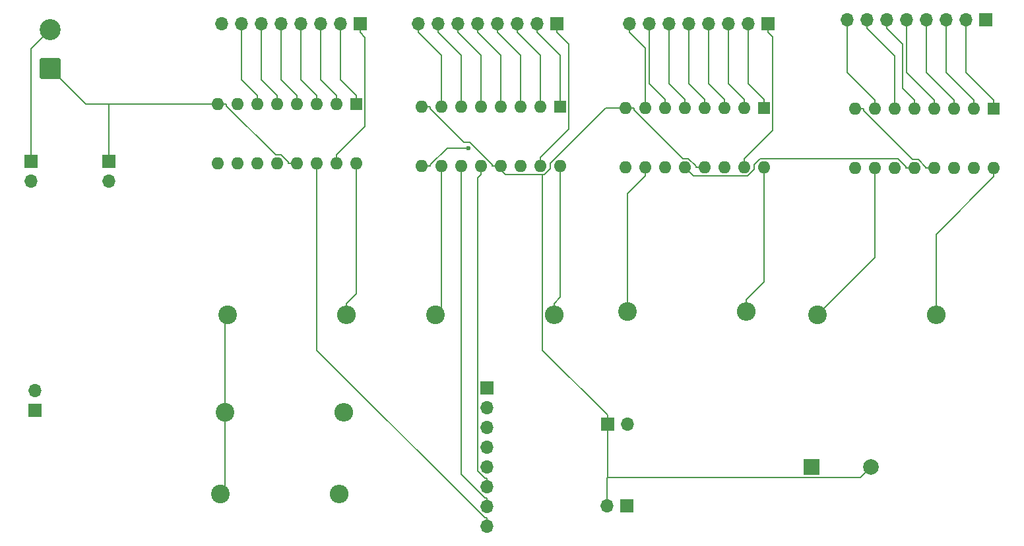
<source format=gbr>
%TF.GenerationSoftware,KiCad,Pcbnew,8.0.5*%
%TF.CreationDate,2024-09-22T19:22:41+03:00*%
%TF.ProjectId,stop_the_light_v2,73746f70-5f74-4686-955f-6c696768745f,rev?*%
%TF.SameCoordinates,Original*%
%TF.FileFunction,Copper,L2,Bot*%
%TF.FilePolarity,Positive*%
%FSLAX46Y46*%
G04 Gerber Fmt 4.6, Leading zero omitted, Abs format (unit mm)*
G04 Created by KiCad (PCBNEW 8.0.5) date 2024-09-22 19:22:41*
%MOMM*%
%LPD*%
G01*
G04 APERTURE LIST*
G04 Aperture macros list*
%AMRoundRect*
0 Rectangle with rounded corners*
0 $1 Rounding radius*
0 $2 $3 $4 $5 $6 $7 $8 $9 X,Y pos of 4 corners*
0 Add a 4 corners polygon primitive as box body*
4,1,4,$2,$3,$4,$5,$6,$7,$8,$9,$2,$3,0*
0 Add four circle primitives for the rounded corners*
1,1,$1+$1,$2,$3*
1,1,$1+$1,$4,$5*
1,1,$1+$1,$6,$7*
1,1,$1+$1,$8,$9*
0 Add four rect primitives between the rounded corners*
20,1,$1+$1,$2,$3,$4,$5,0*
20,1,$1+$1,$4,$5,$6,$7,0*
20,1,$1+$1,$6,$7,$8,$9,0*
20,1,$1+$1,$8,$9,$2,$3,0*%
G04 Aperture macros list end*
%TA.AperFunction,ComponentPad*%
%ADD10C,2.400000*%
%TD*%
%TA.AperFunction,ComponentPad*%
%ADD11O,2.400000X2.400000*%
%TD*%
%TA.AperFunction,ComponentPad*%
%ADD12R,1.700000X1.700000*%
%TD*%
%TA.AperFunction,ComponentPad*%
%ADD13O,1.700000X1.700000*%
%TD*%
%TA.AperFunction,ComponentPad*%
%ADD14R,1.600000X1.600000*%
%TD*%
%TA.AperFunction,ComponentPad*%
%ADD15O,1.600000X1.600000*%
%TD*%
%TA.AperFunction,ComponentPad*%
%ADD16R,2.000000X2.000000*%
%TD*%
%TA.AperFunction,ComponentPad*%
%ADD17C,2.000000*%
%TD*%
%TA.AperFunction,ComponentPad*%
%ADD18RoundRect,0.250001X1.099999X-1.099999X1.099999X1.099999X-1.099999X1.099999X-1.099999X-1.099999X0*%
%TD*%
%TA.AperFunction,ComponentPad*%
%ADD19C,2.700000*%
%TD*%
%TA.AperFunction,ViaPad*%
%ADD20C,0.600000*%
%TD*%
%TA.AperFunction,Conductor*%
%ADD21C,0.200000*%
%TD*%
G04 APERTURE END LIST*
D10*
%TO.P,R3,1*%
%TO.N,+5V*%
X121500000Y-112000000D03*
D11*
%TO.P,R3,2*%
%TO.N,Net-(U4-VCC)*%
X136740000Y-112000000D03*
%TD*%
D12*
%TO.P,J9,1,Pin_1*%
%TO.N,Net-(J7-Pin_2)*%
X45500000Y-124775000D03*
D13*
%TO.P,J9,2,Pin_2*%
%TO.N,Net-(J7-Pin_1)*%
X45500000Y-122235000D03*
%TD*%
D12*
%TO.P,switchA1,1,Pin_1*%
%TO.N,GND*%
X118960000Y-126500000D03*
D13*
%TO.P,switchA1,2,Pin_2*%
%TO.N,Net-(J7-Pin_4)*%
X121500000Y-126500000D03*
%TD*%
D14*
%TO.P,U5,1,QB*%
%TO.N,Net-(J4-Pin_2)*%
X168540000Y-86000000D03*
D15*
%TO.P,U5,2,QC*%
%TO.N,Net-(J4-Pin_3)*%
X166000000Y-86000000D03*
%TO.P,U5,3,QD*%
%TO.N,Net-(J4-Pin_4)*%
X163460000Y-86000000D03*
%TO.P,U5,4,QE*%
%TO.N,Net-(J4-Pin_5)*%
X160920000Y-86000000D03*
%TO.P,U5,5,QF*%
%TO.N,Net-(J4-Pin_6)*%
X158380000Y-86000000D03*
%TO.P,U5,6,QG*%
%TO.N,Net-(J4-Pin_7)*%
X155840000Y-86000000D03*
%TO.P,U5,7,QH*%
%TO.N,Net-(J4-Pin_8)*%
X153300000Y-86000000D03*
%TO.P,U5,8,GND*%
%TO.N,GND*%
X150760000Y-86000000D03*
%TO.P,U5,9,QH'*%
%TO.N,unconnected-(U5-QH'-Pad9)*%
X150760000Y-93620000D03*
%TO.P,U5,10,~{SRCLR}*%
%TO.N,+5V*%
X153300000Y-93620000D03*
%TO.P,U5,11,SRCLK*%
%TO.N,Net-(J7-Pin_7)*%
X155840000Y-93620000D03*
%TO.P,U5,12,RCLK*%
%TO.N,Net-(J7-Pin_6)*%
X158380000Y-93620000D03*
%TO.P,U5,13,~{OE}*%
%TO.N,GND*%
X160920000Y-93620000D03*
%TO.P,U5,14,SER*%
%TO.N,Net-(U4-QH')*%
X163460000Y-93620000D03*
%TO.P,U5,15,QA*%
%TO.N,Net-(J4-Pin_1)*%
X166000000Y-93620000D03*
%TO.P,U5,16,VCC*%
%TO.N,Net-(U5-VCC)*%
X168540000Y-93620000D03*
%TD*%
D12*
%TO.P,switchB1,1,Pin_1*%
%TO.N,Net-(J7-Pin_5)*%
X121460000Y-137000000D03*
D13*
%TO.P,switchB1,2,Pin_2*%
%TO.N,GND*%
X118920000Y-137000000D03*
%TD*%
D10*
%TO.P,R5,1*%
%TO.N,+5V*%
X69880000Y-125000000D03*
D11*
%TO.P,R5,2*%
%TO.N,Net-(J7-Pin_4)*%
X85120000Y-125000000D03*
%TD*%
D12*
%TO.P,J4,1,Pin_1*%
%TO.N,Net-(J4-Pin_1)*%
X167500000Y-74500000D03*
D13*
%TO.P,J4,2,Pin_2*%
%TO.N,Net-(J4-Pin_2)*%
X164960000Y-74500000D03*
%TO.P,J4,3,Pin_3*%
%TO.N,Net-(J4-Pin_3)*%
X162420000Y-74500000D03*
%TO.P,J4,4,Pin_4*%
%TO.N,Net-(J4-Pin_4)*%
X159880000Y-74500000D03*
%TO.P,J4,5,Pin_5*%
%TO.N,Net-(J4-Pin_5)*%
X157340000Y-74500000D03*
%TO.P,J4,6,Pin_6*%
%TO.N,Net-(J4-Pin_6)*%
X154800000Y-74500000D03*
%TO.P,J4,7,Pin_7*%
%TO.N,Net-(J4-Pin_7)*%
X152260000Y-74500000D03*
%TO.P,J4,8,Pin_8*%
%TO.N,Net-(J4-Pin_8)*%
X149720000Y-74500000D03*
%TD*%
D14*
%TO.P,U1,1,QB*%
%TO.N,Net-(J1-Pin_2)*%
X86780000Y-85380000D03*
D15*
%TO.P,U1,2,QC*%
%TO.N,Net-(J1-Pin_3)*%
X84240000Y-85380000D03*
%TO.P,U1,3,QD*%
%TO.N,Net-(J1-Pin_4)*%
X81700000Y-85380000D03*
%TO.P,U1,4,QE*%
%TO.N,Net-(J1-Pin_5)*%
X79160000Y-85380000D03*
%TO.P,U1,5,QF*%
%TO.N,Net-(J1-Pin_6)*%
X76620000Y-85380000D03*
%TO.P,U1,6,QG*%
%TO.N,Net-(J1-Pin_7)*%
X74080000Y-85380000D03*
%TO.P,U1,7,QH*%
%TO.N,Net-(J1-Pin_8)*%
X71540000Y-85380000D03*
%TO.P,U1,8,GND*%
%TO.N,GND*%
X69000000Y-85380000D03*
%TO.P,U1,9,QH'*%
%TO.N,Net-(U1-QH')*%
X69000000Y-93000000D03*
%TO.P,U1,10,~{SRCLR}*%
%TO.N,+5V*%
X71540000Y-93000000D03*
%TO.P,U1,11,SRCLK*%
%TO.N,Net-(J7-Pin_7)*%
X74080000Y-93000000D03*
%TO.P,U1,12,RCLK*%
%TO.N,Net-(J7-Pin_6)*%
X76620000Y-93000000D03*
%TO.P,U1,13,~{OE}*%
%TO.N,GND*%
X79160000Y-93000000D03*
%TO.P,U1,14,SER*%
%TO.N,Net-(J7-Pin_8)*%
X81700000Y-93000000D03*
%TO.P,U1,15,QA*%
%TO.N,Net-(J1-Pin_1)*%
X84240000Y-93000000D03*
%TO.P,U1,16,VCC*%
%TO.N,Net-(U1-VCC)*%
X86780000Y-93000000D03*
%TD*%
D14*
%TO.P,U4,1,QB*%
%TO.N,Net-(J3-Pin_2)*%
X139040000Y-85880000D03*
D15*
%TO.P,U4,2,QC*%
%TO.N,Net-(J3-Pin_3)*%
X136500000Y-85880000D03*
%TO.P,U4,3,QD*%
%TO.N,Net-(J3-Pin_4)*%
X133960000Y-85880000D03*
%TO.P,U4,4,QE*%
%TO.N,Net-(J3-Pin_5)*%
X131420000Y-85880000D03*
%TO.P,U4,5,QF*%
%TO.N,Net-(J3-Pin_6)*%
X128880000Y-85880000D03*
%TO.P,U4,6,QG*%
%TO.N,Net-(J3-Pin_7)*%
X126340000Y-85880000D03*
%TO.P,U4,7,QH*%
%TO.N,Net-(J3-Pin_8)*%
X123800000Y-85880000D03*
%TO.P,U4,8,GND*%
%TO.N,GND*%
X121260000Y-85880000D03*
%TO.P,U4,9,QH'*%
%TO.N,Net-(U4-QH')*%
X121260000Y-93500000D03*
%TO.P,U4,10,~{SRCLR}*%
%TO.N,+5V*%
X123800000Y-93500000D03*
%TO.P,U4,11,SRCLK*%
%TO.N,Net-(J7-Pin_7)*%
X126340000Y-93500000D03*
%TO.P,U4,12,RCLK*%
%TO.N,Net-(J7-Pin_6)*%
X128880000Y-93500000D03*
%TO.P,U4,13,~{OE}*%
%TO.N,GND*%
X131420000Y-93500000D03*
%TO.P,U4,14,SER*%
%TO.N,Net-(U2-QH')*%
X133960000Y-93500000D03*
%TO.P,U4,15,QA*%
%TO.N,Net-(J3-Pin_1)*%
X136500000Y-93500000D03*
%TO.P,U4,16,VCC*%
%TO.N,Net-(U4-VCC)*%
X139040000Y-93500000D03*
%TD*%
D14*
%TO.P,U2,1,QB*%
%TO.N,Net-(J2-Pin_2)*%
X112900000Y-85700000D03*
D15*
%TO.P,U2,2,QC*%
%TO.N,Net-(J2-Pin_3)*%
X110360000Y-85700000D03*
%TO.P,U2,3,QD*%
%TO.N,Net-(J2-Pin_4)*%
X107820000Y-85700000D03*
%TO.P,U2,4,QE*%
%TO.N,Net-(J2-Pin_5)*%
X105280000Y-85700000D03*
%TO.P,U2,5,QF*%
%TO.N,Net-(J2-Pin_6)*%
X102740000Y-85700000D03*
%TO.P,U2,6,QG*%
%TO.N,Net-(J2-Pin_7)*%
X100200000Y-85700000D03*
%TO.P,U2,7,QH*%
%TO.N,Net-(J2-Pin_8)*%
X97660000Y-85700000D03*
%TO.P,U2,8,GND*%
%TO.N,GND*%
X95120000Y-85700000D03*
%TO.P,U2,9,QH'*%
%TO.N,Net-(U2-QH')*%
X95120000Y-93320000D03*
%TO.P,U2,10,~{SRCLR}*%
%TO.N,+5V*%
X97660000Y-93320000D03*
%TO.P,U2,11,SRCLK*%
%TO.N,Net-(J7-Pin_7)*%
X100200000Y-93320000D03*
%TO.P,U2,12,RCLK*%
%TO.N,Net-(J7-Pin_6)*%
X102740000Y-93320000D03*
%TO.P,U2,13,~{OE}*%
%TO.N,GND*%
X105280000Y-93320000D03*
%TO.P,U2,14,SER*%
%TO.N,Net-(U1-QH')*%
X107820000Y-93320000D03*
%TO.P,U2,15,QA*%
%TO.N,Net-(J2-Pin_1)*%
X110360000Y-93320000D03*
%TO.P,U2,16,VCC*%
%TO.N,Net-(U2-VCC)*%
X112900000Y-93320000D03*
%TD*%
D12*
%TO.P,J1,1,Pin_1*%
%TO.N,Net-(J1-Pin_1)*%
X87240000Y-75000000D03*
D13*
%TO.P,J1,2,Pin_2*%
%TO.N,Net-(J1-Pin_2)*%
X84700000Y-75000000D03*
%TO.P,J1,3,Pin_3*%
%TO.N,Net-(J1-Pin_3)*%
X82160000Y-75000000D03*
%TO.P,J1,4,Pin_4*%
%TO.N,Net-(J1-Pin_4)*%
X79620000Y-75000000D03*
%TO.P,J1,5,Pin_5*%
%TO.N,Net-(J1-Pin_5)*%
X77080000Y-75000000D03*
%TO.P,J1,6,Pin_6*%
%TO.N,Net-(J1-Pin_6)*%
X74540000Y-75000000D03*
%TO.P,J1,7,Pin_7*%
%TO.N,Net-(J1-Pin_7)*%
X72000000Y-75000000D03*
%TO.P,J1,8,Pin_8*%
%TO.N,Net-(J1-Pin_8)*%
X69460000Y-75000000D03*
%TD*%
D10*
%TO.P,R6,1*%
%TO.N,+5V*%
X69260000Y-135500000D03*
D11*
%TO.P,R6,2*%
%TO.N,Net-(J7-Pin_5)*%
X84500000Y-135500000D03*
%TD*%
D10*
%TO.P,R2,1*%
%TO.N,+5V*%
X96880000Y-112500000D03*
D11*
%TO.P,R2,2*%
%TO.N,Net-(U2-VCC)*%
X112120000Y-112500000D03*
%TD*%
D12*
%TO.P,powerSocket2,1,Pin_1*%
%TO.N,GND*%
X55000000Y-92725000D03*
D13*
%TO.P,powerSocket2,2,Pin_2*%
%TO.N,+5V*%
X55000000Y-95265000D03*
%TD*%
D12*
%TO.P,J2,1,Pin_1*%
%TO.N,Net-(J2-Pin_1)*%
X112500000Y-75000000D03*
D13*
%TO.P,J2,2,Pin_2*%
%TO.N,Net-(J2-Pin_2)*%
X109960000Y-75000000D03*
%TO.P,J2,3,Pin_3*%
%TO.N,Net-(J2-Pin_3)*%
X107420000Y-75000000D03*
%TO.P,J2,4,Pin_4*%
%TO.N,Net-(J2-Pin_4)*%
X104880000Y-75000000D03*
%TO.P,J2,5,Pin_5*%
%TO.N,Net-(J2-Pin_5)*%
X102340000Y-75000000D03*
%TO.P,J2,6,Pin_6*%
%TO.N,Net-(J2-Pin_6)*%
X99800000Y-75000000D03*
%TO.P,J2,7,Pin_7*%
%TO.N,Net-(J2-Pin_7)*%
X97260000Y-75000000D03*
%TO.P,J2,8,Pin_8*%
%TO.N,Net-(J2-Pin_8)*%
X94720000Y-75000000D03*
%TD*%
D10*
%TO.P,R4,1*%
%TO.N,+5V*%
X145880000Y-112500000D03*
D11*
%TO.P,R4,2*%
%TO.N,Net-(U5-VCC)*%
X161120000Y-112500000D03*
%TD*%
D16*
%TO.P,BZ1,1,+*%
%TO.N,Net-(BZ1-+)*%
X145200000Y-132000000D03*
D17*
%TO.P,BZ1,2,-*%
%TO.N,GND*%
X152800000Y-132000000D03*
%TD*%
D12*
%TO.P,J7,1,Pin_1*%
%TO.N,Net-(J7-Pin_1)*%
X103500000Y-121880000D03*
D13*
%TO.P,J7,2,Pin_2*%
%TO.N,Net-(J7-Pin_2)*%
X103500000Y-124420000D03*
%TO.P,J7,3,Pin_3*%
%TO.N,Net-(BZ1-+)*%
X103500000Y-126960000D03*
%TO.P,J7,4,Pin_4*%
%TO.N,Net-(J7-Pin_4)*%
X103500000Y-129500000D03*
%TO.P,J7,5,Pin_5*%
%TO.N,Net-(J7-Pin_5)*%
X103500000Y-132040000D03*
%TO.P,J7,6,Pin_6*%
%TO.N,Net-(J7-Pin_6)*%
X103500000Y-134580000D03*
%TO.P,J7,7,Pin_7*%
%TO.N,Net-(J7-Pin_7)*%
X103500000Y-137120000D03*
%TO.P,J7,8,Pin_8*%
%TO.N,Net-(J7-Pin_8)*%
X103500000Y-139660000D03*
%TD*%
D12*
%TO.P,J3,1,Pin_1*%
%TO.N,Net-(J3-Pin_1)*%
X139540000Y-75000000D03*
D13*
%TO.P,J3,2,Pin_2*%
%TO.N,Net-(J3-Pin_2)*%
X137000000Y-75000000D03*
%TO.P,J3,3,Pin_3*%
%TO.N,Net-(J3-Pin_3)*%
X134460000Y-75000000D03*
%TO.P,J3,4,Pin_4*%
%TO.N,Net-(J3-Pin_4)*%
X131920000Y-75000000D03*
%TO.P,J3,5,Pin_5*%
%TO.N,Net-(J3-Pin_5)*%
X129380000Y-75000000D03*
%TO.P,J3,6,Pin_6*%
%TO.N,Net-(J3-Pin_6)*%
X126840000Y-75000000D03*
%TO.P,J3,7,Pin_7*%
%TO.N,Net-(J3-Pin_7)*%
X124300000Y-75000000D03*
%TO.P,J3,8,Pin_8*%
%TO.N,Net-(J3-Pin_8)*%
X121760000Y-75000000D03*
%TD*%
D10*
%TO.P,R1,1*%
%TO.N,+5V*%
X70260000Y-112500000D03*
D11*
%TO.P,R1,2*%
%TO.N,Net-(U1-VCC)*%
X85500000Y-112500000D03*
%TD*%
D18*
%TO.P,powerSocket1,1,Pin_1*%
%TO.N,GND*%
X47450000Y-80777500D03*
D19*
%TO.P,powerSocket1,2,Pin_2*%
%TO.N,Net-(powerSocket1-Pin_2)*%
X47450000Y-75777500D03*
%TD*%
D12*
%TO.P,powerSwitch1,1,Pin_1*%
%TO.N,Net-(powerSocket1-Pin_2)*%
X45000000Y-92725000D03*
D13*
%TO.P,powerSwitch1,2,Pin_2*%
%TO.N,+5V*%
X45000000Y-95265000D03*
%TD*%
D20*
%TO.N,Net-(U2-QH')*%
X101124400Y-91010700D03*
%TD*%
D21*
%TO.N,Net-(U2-QH')*%
X98393300Y-91010700D02*
X101124400Y-91010700D01*
X96221700Y-93182300D02*
X98393300Y-91010700D01*
X96221700Y-93320000D02*
X96221700Y-93182300D01*
X95120000Y-93320000D02*
X96221700Y-93320000D01*
%TO.N,Net-(U5-VCC)*%
X161120000Y-102141700D02*
X161120000Y-112500000D01*
X168540000Y-94721700D02*
X161120000Y-102141700D01*
X168540000Y-93620000D02*
X168540000Y-94721700D01*
%TO.N,Net-(U4-VCC)*%
X139040000Y-108198300D02*
X136740000Y-110498300D01*
X139040000Y-93500000D02*
X139040000Y-108198300D01*
X136740000Y-112000000D02*
X136740000Y-110498300D01*
%TO.N,Net-(U2-VCC)*%
X112900000Y-110218300D02*
X112120000Y-110998300D01*
X112900000Y-93320000D02*
X112900000Y-110218300D01*
X112120000Y-112500000D02*
X112120000Y-110998300D01*
%TO.N,Net-(U1-VCC)*%
X86780000Y-109718300D02*
X85500000Y-110998300D01*
X86780000Y-93000000D02*
X86780000Y-109718300D01*
X85500000Y-112500000D02*
X85500000Y-110998300D01*
%TO.N,+5V*%
X153300000Y-105080000D02*
X145880000Y-112500000D01*
X153300000Y-93620000D02*
X153300000Y-105080000D01*
X69880000Y-112880000D02*
X69880000Y-125000000D01*
X70260000Y-112500000D02*
X69880000Y-112880000D01*
X69880000Y-134880000D02*
X69880000Y-125000000D01*
X69260000Y-135500000D02*
X69880000Y-134880000D01*
X121500000Y-96901700D02*
X123800000Y-94601700D01*
X121500000Y-112000000D02*
X121500000Y-96901700D01*
X123800000Y-93500000D02*
X123800000Y-94601700D01*
X97660000Y-111720000D02*
X97660000Y-93320000D01*
X96880000Y-112500000D02*
X97660000Y-111720000D01*
%TO.N,Net-(powerSocket1-Pin_2)*%
X45000000Y-78227500D02*
X45000000Y-92725000D01*
X47450000Y-75777500D02*
X45000000Y-78227500D01*
%TO.N,Net-(J7-Pin_7)*%
X100200000Y-132956200D02*
X100200000Y-93320000D01*
X103212100Y-135968300D02*
X100200000Y-132956200D01*
X103500000Y-135968300D02*
X103212100Y-135968300D01*
X103500000Y-137120000D02*
X103500000Y-135968300D01*
%TO.N,Net-(J7-Pin_6)*%
X157278300Y-93391700D02*
X157278300Y-93620000D01*
X156283700Y-92397100D02*
X157278300Y-93391700D01*
X138560700Y-92397100D02*
X156283700Y-92397100D01*
X137770000Y-93187800D02*
X138560700Y-92397100D01*
X137770000Y-93789000D02*
X137770000Y-93187800D01*
X136938400Y-94620600D02*
X137770000Y-93789000D01*
X130000600Y-94620600D02*
X136938400Y-94620600D01*
X128880000Y-93500000D02*
X130000600Y-94620600D01*
X158380000Y-93620000D02*
X157278300Y-93620000D01*
X102348300Y-94813400D02*
X102740000Y-94421700D01*
X102348300Y-132564600D02*
X102348300Y-94813400D01*
X103212000Y-133428300D02*
X102348300Y-132564600D01*
X103500000Y-133428300D02*
X103212000Y-133428300D01*
X103500000Y-134580000D02*
X103500000Y-133428300D01*
X102740000Y-93320000D02*
X102740000Y-94421700D01*
%TO.N,Net-(J7-Pin_8)*%
X81700000Y-116996200D02*
X81700000Y-93000000D01*
X103212100Y-138508300D02*
X81700000Y-116996200D01*
X103500000Y-138508300D02*
X103212100Y-138508300D01*
X103500000Y-139660000D02*
X103500000Y-138508300D01*
%TO.N,Net-(J4-Pin_3)*%
X162420000Y-81318300D02*
X166000000Y-84898300D01*
X162420000Y-74500000D02*
X162420000Y-81318300D01*
X166000000Y-86000000D02*
X166000000Y-84898300D01*
%TO.N,Net-(J4-Pin_4)*%
X159880000Y-81318300D02*
X163460000Y-84898300D01*
X159880000Y-74500000D02*
X159880000Y-81318300D01*
X163460000Y-86000000D02*
X163460000Y-84898300D01*
%TO.N,Net-(J4-Pin_8)*%
X149720000Y-81318300D02*
X153300000Y-84898300D01*
X149720000Y-74500000D02*
X149720000Y-81318300D01*
X153300000Y-86000000D02*
X153300000Y-84898300D01*
%TO.N,Net-(J4-Pin_7)*%
X152260000Y-74500000D02*
X152260000Y-75651700D01*
X155840000Y-79231700D02*
X155840000Y-86000000D01*
X152260000Y-75651700D02*
X155840000Y-79231700D01*
%TO.N,Net-(J4-Pin_5)*%
X157340000Y-81318300D02*
X160920000Y-84898300D01*
X157340000Y-74500000D02*
X157340000Y-81318300D01*
X160920000Y-86000000D02*
X160920000Y-84898300D01*
%TO.N,Net-(J4-Pin_2)*%
X164960000Y-81318300D02*
X168540000Y-84898300D01*
X164960000Y-74500000D02*
X164960000Y-81318300D01*
X168540000Y-86000000D02*
X168540000Y-84898300D01*
%TO.N,Net-(J4-Pin_6)*%
X156840000Y-83358300D02*
X158380000Y-84898300D01*
X156840000Y-77691700D02*
X156840000Y-83358300D01*
X154800000Y-75651700D02*
X156840000Y-77691700D01*
X154800000Y-74500000D02*
X154800000Y-75651700D01*
X158380000Y-86000000D02*
X158380000Y-84898300D01*
%TO.N,Net-(J3-Pin_6)*%
X126840000Y-82738300D02*
X128880000Y-84778300D01*
X126840000Y-75000000D02*
X126840000Y-82738300D01*
X128880000Y-85880000D02*
X128880000Y-84778300D01*
%TO.N,Net-(J3-Pin_4)*%
X131920000Y-82738300D02*
X133960000Y-84778300D01*
X131920000Y-75000000D02*
X131920000Y-82738300D01*
X133960000Y-85880000D02*
X133960000Y-84778300D01*
%TO.N,Net-(J3-Pin_8)*%
X123800000Y-78191700D02*
X123800000Y-85880000D01*
X121760000Y-76151700D02*
X123800000Y-78191700D01*
X121760000Y-75000000D02*
X121760000Y-76151700D01*
%TO.N,Net-(J3-Pin_1)*%
X140141700Y-88756600D02*
X136500000Y-92398300D01*
X140141700Y-76753400D02*
X140141700Y-88756600D01*
X139540000Y-76151700D02*
X140141700Y-76753400D01*
X139540000Y-75000000D02*
X139540000Y-76151700D01*
X136500000Y-93500000D02*
X136500000Y-92398300D01*
%TO.N,Net-(J3-Pin_2)*%
X137000000Y-82738300D02*
X139040000Y-84778300D01*
X137000000Y-75000000D02*
X137000000Y-82738300D01*
X139040000Y-85880000D02*
X139040000Y-84778300D01*
%TO.N,Net-(J3-Pin_3)*%
X134460000Y-82738300D02*
X136500000Y-84778300D01*
X134460000Y-75000000D02*
X134460000Y-82738300D01*
X136500000Y-85880000D02*
X136500000Y-84778300D01*
%TO.N,Net-(J3-Pin_5)*%
X129380000Y-82738300D02*
X131420000Y-84778300D01*
X129380000Y-75000000D02*
X129380000Y-82738300D01*
X131420000Y-85880000D02*
X131420000Y-84778300D01*
%TO.N,Net-(J3-Pin_7)*%
X124300000Y-82738300D02*
X126340000Y-84778300D01*
X124300000Y-75000000D02*
X124300000Y-82738300D01*
X126340000Y-85880000D02*
X126340000Y-84778300D01*
%TO.N,Net-(J2-Pin_7)*%
X100200000Y-79091700D02*
X100200000Y-85700000D01*
X97260000Y-76151700D02*
X100200000Y-79091700D01*
X97260000Y-75000000D02*
X97260000Y-76151700D01*
%TO.N,Net-(J2-Pin_8)*%
X97660000Y-79091700D02*
X97660000Y-85700000D01*
X94720000Y-76151700D02*
X97660000Y-79091700D01*
X94720000Y-75000000D02*
X94720000Y-76151700D01*
%TO.N,Net-(J2-Pin_6)*%
X102740000Y-79091700D02*
X102740000Y-85700000D01*
X99800000Y-76151700D02*
X102740000Y-79091700D01*
X99800000Y-75000000D02*
X99800000Y-76151700D01*
%TO.N,Net-(J2-Pin_4)*%
X107820000Y-79091700D02*
X107820000Y-85700000D01*
X104880000Y-76151700D02*
X107820000Y-79091700D01*
X104880000Y-75000000D02*
X104880000Y-76151700D01*
%TO.N,Net-(J2-Pin_3)*%
X107420000Y-75000000D02*
X107420000Y-76151700D01*
X110360000Y-79091700D02*
X110360000Y-85700000D01*
X107420000Y-76151700D02*
X110360000Y-79091700D01*
%TO.N,Net-(J2-Pin_1)*%
X114001700Y-88576600D02*
X110360000Y-92218300D01*
X114001700Y-77653400D02*
X114001700Y-88576600D01*
X112500000Y-76151700D02*
X114001700Y-77653400D01*
X112500000Y-75000000D02*
X112500000Y-76151700D01*
X110360000Y-93320000D02*
X110360000Y-92218300D01*
%TO.N,Net-(J2-Pin_2)*%
X112900000Y-79091700D02*
X112900000Y-85700000D01*
X109960000Y-76151700D02*
X112900000Y-79091700D01*
X109960000Y-75000000D02*
X109960000Y-76151700D01*
%TO.N,Net-(J2-Pin_5)*%
X105280000Y-79091700D02*
X105280000Y-85700000D01*
X102340000Y-76151700D02*
X105280000Y-79091700D01*
X102340000Y-75000000D02*
X102340000Y-76151700D01*
%TO.N,Net-(J1-Pin_6)*%
X74540000Y-82198300D02*
X76620000Y-84278300D01*
X74540000Y-75000000D02*
X74540000Y-82198300D01*
X76620000Y-85380000D02*
X76620000Y-84278300D01*
%TO.N,Net-(J1-Pin_4)*%
X79620000Y-82198300D02*
X81700000Y-84278300D01*
X79620000Y-75000000D02*
X79620000Y-82198300D01*
X81700000Y-85380000D02*
X81700000Y-84278300D01*
%TO.N,Net-(J1-Pin_5)*%
X77080000Y-82198300D02*
X79160000Y-84278300D01*
X77080000Y-75000000D02*
X77080000Y-82198300D01*
X79160000Y-85380000D02*
X79160000Y-84278300D01*
%TO.N,Net-(J1-Pin_3)*%
X82160000Y-82198300D02*
X84240000Y-84278300D01*
X82160000Y-75000000D02*
X82160000Y-82198300D01*
X84240000Y-85380000D02*
X84240000Y-84278300D01*
%TO.N,Net-(J1-Pin_1)*%
X87881700Y-88256600D02*
X84240000Y-91898300D01*
X87881700Y-76793400D02*
X87881700Y-88256600D01*
X87240000Y-76151700D02*
X87881700Y-76793400D01*
X87240000Y-75000000D02*
X87240000Y-76151700D01*
X84240000Y-93000000D02*
X84240000Y-91898300D01*
%TO.N,Net-(J1-Pin_2)*%
X84700000Y-82198300D02*
X86780000Y-84278300D01*
X84700000Y-75000000D02*
X84700000Y-82198300D01*
X86780000Y-85380000D02*
X86780000Y-84278300D01*
%TO.N,Net-(J1-Pin_7)*%
X72000000Y-82198300D02*
X74080000Y-84278300D01*
X72000000Y-75000000D02*
X72000000Y-82198300D01*
X74080000Y-85380000D02*
X74080000Y-84278300D01*
%TO.N,GND*%
X69000000Y-85380000D02*
X67898300Y-85380000D01*
X55000000Y-85380000D02*
X67898300Y-85380000D01*
X52052500Y-85380000D02*
X55000000Y-85380000D01*
X47450000Y-80777500D02*
X52052500Y-85380000D01*
X55000000Y-85380000D02*
X55000000Y-92725000D01*
X95120000Y-85700000D02*
X96221700Y-85700000D01*
X122361700Y-86108300D02*
X122361700Y-85880000D01*
X128651700Y-92398300D02*
X122361700Y-86108300D01*
X129354400Y-92398300D02*
X128651700Y-92398300D01*
X130318300Y-93362200D02*
X129354400Y-92398300D01*
X130318300Y-93500000D02*
X130318300Y-93362200D01*
X131420000Y-93500000D02*
X130318300Y-93500000D01*
X121260000Y-85880000D02*
X122361700Y-85880000D01*
X70101700Y-85608300D02*
X70101700Y-85380000D01*
X76391700Y-91898300D02*
X70101700Y-85608300D01*
X77094400Y-91898300D02*
X76391700Y-91898300D01*
X78058300Y-92862200D02*
X77094400Y-91898300D01*
X78058300Y-93000000D02*
X78058300Y-92862200D01*
X79160000Y-93000000D02*
X78058300Y-93000000D01*
X69000000Y-85380000D02*
X70101700Y-85380000D01*
X151861700Y-86228300D02*
X151861700Y-86000000D01*
X158151700Y-92518300D02*
X151861700Y-86228300D01*
X158854400Y-92518300D02*
X158151700Y-92518300D01*
X159818300Y-93482200D02*
X158854400Y-92518300D01*
X159818300Y-93620000D02*
X159818300Y-93482200D01*
X160920000Y-93620000D02*
X159818300Y-93620000D01*
X150760000Y-86000000D02*
X151861700Y-86000000D01*
X105280000Y-93320000D02*
X104729200Y-93320000D01*
X104729200Y-93320000D02*
X104178300Y-93320000D01*
X118960000Y-127075800D02*
X118960000Y-127651700D01*
X118960000Y-127075800D02*
X118960000Y-126500000D01*
X118960000Y-126500000D02*
X118960000Y-125348300D01*
X110616800Y-117005100D02*
X110616800Y-94452200D01*
X118960000Y-125348300D02*
X110616800Y-117005100D01*
X105861400Y-94452200D02*
X110616800Y-94452200D01*
X104729200Y-93320000D02*
X105861400Y-94452200D01*
X118775800Y-85880000D02*
X121260000Y-85880000D01*
X111629900Y-93025900D02*
X118775800Y-85880000D01*
X111629900Y-93657700D02*
X111629900Y-93025900D01*
X110835400Y-94452200D02*
X111629900Y-93657700D01*
X110616800Y-94452200D02*
X110835400Y-94452200D01*
X96221700Y-85928300D02*
X96221700Y-85700000D01*
X100577000Y-90283600D02*
X96221700Y-85928300D01*
X101279700Y-90283600D02*
X100577000Y-90283600D01*
X104178300Y-93182200D02*
X101279700Y-90283600D01*
X104178300Y-93320000D02*
X104178300Y-93182200D01*
X118960000Y-133382800D02*
X118960000Y-127651700D01*
X118920000Y-133422800D02*
X118960000Y-133382800D01*
X118920000Y-137000000D02*
X118920000Y-133422800D01*
X151417200Y-133382800D02*
X152800000Y-132000000D01*
X118960000Y-133382800D02*
X151417200Y-133382800D01*
%TD*%
M02*

</source>
